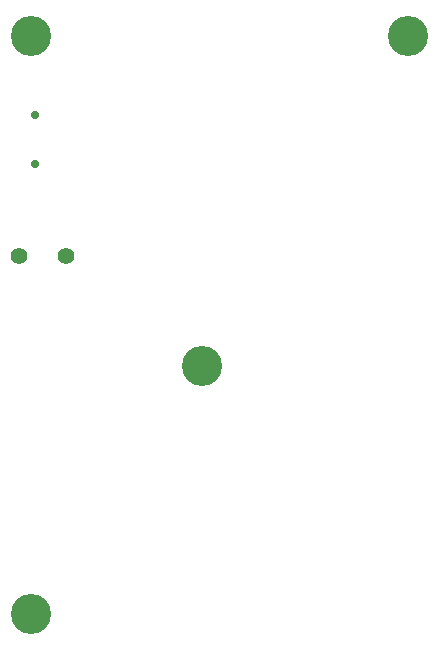
<source format=gbr>
%TF.GenerationSoftware,Altium Limited,Altium Designer,20.1.12 (249)*%
G04 Layer_Color=0*
%FSLAX45Y45*%
%MOMM*%
%TF.SameCoordinates,4EE8302A-A9A8-49E0-93C5-14594FCB678D*%
%TF.FilePolarity,Positive*%
%TF.FileFunction,NonPlated,1,4,NPTH,Drill*%
%TF.Part,Single*%
G01*
G75*
%TA.AperFunction,ComponentDrill*%
%ADD146C,1.40000*%
%ADD147C,0.70000*%
%TA.AperFunction,OtherDrill,Pad Free-MH4 (35.5mm,52.5mm)*%
%ADD148C,3.40000*%
%TA.AperFunction,OtherDrill,Pad Free-MH3 (3.5mm,52.5mm)*%
%ADD149C,3.40000*%
%TA.AperFunction,OtherDrill,Pad Free-MH2 (18mm,24.5mm)*%
%ADD150C,3.40000*%
%TA.AperFunction,OtherDrill,Pad Free-MH1 (3.5mm,3.5mm)*%
%ADD151C,3.40000*%
D146*
X652500Y3385000D02*
D03*
X252500D02*
D03*
D147*
X390008Y4160019D02*
D03*
Y4575004D02*
D03*
D148*
X3550000Y5250000D02*
D03*
D149*
X350000D02*
D03*
D150*
X1800000Y2450000D02*
D03*
D151*
X350000Y350000D02*
D03*
%TF.MD5,df357298ce5fb881e897a520d507df39*%
M02*

</source>
